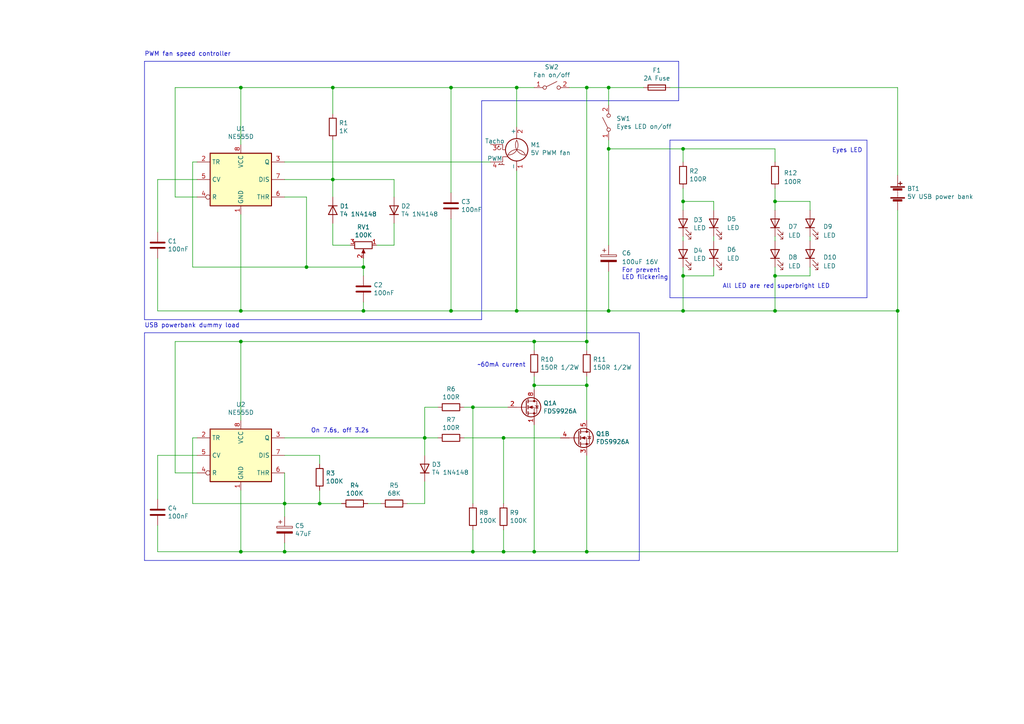
<source format=kicad_sch>
(kicad_sch (version 20230121) (generator eeschema)
  (paper "A4")
  (lib_symbols
    (symbol "Device:Battery" (pin_numbers hide) (pin_names (offset 0) hide)
      (property "Reference" "BT" (at 2.54 2.54 0))
      (property "Value" "Battery" (at 2.54 0 0))
      (symbol "Battery_0_1"
        (rectangle (start -2.032 -1.397) (end 2.032 -1.651) (fill (type outline)))
        (rectangle (start -2.032 1.778) (end 2.032 1.524) (fill (type outline)))
        (rectangle (start -1.3208 -1.9812) (end 1.27 -2.4892) (fill (type outline)))
        (rectangle (start -1.3208 1.1938) (end 1.27 0.6858) (fill (type outline)))
        (polyline (pts (xy 0 -1.524) (xy 0 -1.27)))
        (polyline (pts (xy 0 -1.016) (xy 0 -0.762)))
        (polyline (pts (xy 0 -0.508) (xy 0 -0.254)))
        (polyline (pts (xy 0 0) (xy 0 0.254)))
        (polyline (pts (xy 0 0.508) (xy 0 0.762)))
        (polyline (pts (xy 0 1.778) (xy 0 2.54)))
        (polyline (pts (xy 0.254 2.667) (xy 1.27 2.667)) (stroke (width 0.254)))
        (polyline (pts (xy 0.762 3.175) (xy 0.762 2.159)) (stroke (width 0.254)))
      )
      (symbol "Battery_1_1"
        (pin passive line (at 0 5.08 270) (length 2.54) (name "+") (number "1"))
        (pin passive line (at 0 -5.08 90) (length 2.54) (name "-") (number "2"))
      )
    )
    (symbol "Device:C" (pin_numbers hide) (pin_names (offset 0.254))
      (property "Reference" "C" (at 0.635 2.54 0))
      (property "Value" "C" (at 0.635 -2.54 0))
      (symbol "C_0_1"
        (polyline (pts (xy -2.032 -0.762) (xy 2.032 -0.762)) (stroke (width 0.508)))
        (polyline (pts (xy -2.032 0.762) (xy 2.032 0.762)) (stroke (width 0.508)))
      )
      (symbol "C_1_1"
        (pin passive line (at 0 3.81 270) (length 2.794) (name "~") (number "1"))
        (pin passive line (at 0 -3.81 90) (length 2.794) (name "~") (number "2"))
      )
    )
    (symbol "Device:C_Polarized" (pin_numbers hide) (pin_names (offset 0.254))
      (property "Reference" "C" (at 0.635 2.54 0))
      (property "Value" "C_Polarized" (at 0.635 -2.54 0))
      (symbol "C_Polarized_0_1"
        (rectangle (start -2.286 0.508) (end 2.286 1.016))
        (polyline (pts (xy -1.778 2.286) (xy -0.762 2.286)))
        (polyline (pts (xy -1.27 2.794) (xy -1.27 1.778)))
        (rectangle (start 2.286 -0.508) (end -2.286 -1.016) (fill (type outline)))
      )
      (symbol "C_Polarized_1_1"
        (pin passive line (at 0 3.81 270) (length 2.794) (name "~") (number "1"))
        (pin passive line (at 0 -3.81 90) (length 2.794) (name "~") (number "2"))
      )
    )
    (symbol "Device:D" (pin_numbers hide) (pin_names (offset 1.016) hide)
      (property "Reference" "D" (at 0 2.54 0))
      (property "Value" "D" (at 0 -2.54 0))
      (symbol "D_0_1"
        (polyline (pts (xy -1.27 1.27) (xy -1.27 -1.27)) (stroke (width 0.254)))
        (polyline (pts (xy 1.27 0) (xy -1.27 0)))
        (polyline (pts (xy 1.27 1.27) (xy 1.27 -1.27) (xy -1.27 0) (xy 1.27 1.27)) (stroke (width 0.254)))
      )
      (symbol "D_1_1"
        (pin passive line (at -3.81 0 0) (length 2.54) (name "K") (number "1"))
        (pin passive line (at 3.81 0 180) (length 2.54) (name "A") (number "2"))
      )
    )
    (symbol "Device:Fuse" (pin_numbers hide) (pin_names (offset 0))
      (property "Reference" "F" (at 2.032 0 90))
      (property "Value" "Fuse" (at -1.905 0 90))
      (symbol "Fuse_0_1"
        (rectangle (start -0.762 -2.54) (end 0.762 2.54) (stroke (width 0.254)))
        (polyline (pts (xy 0 2.54) (xy 0 -2.54)))
      )
      (symbol "Fuse_1_1"
        (pin passive line (at 0 3.81 270) (length 1.27) (name "~") (number "1"))
        (pin passive line (at 0 -3.81 90) (length 1.27) (name "~") (number "2"))
      )
    )
    (symbol "Device:LED" (pin_numbers hide) (pin_names (offset 1.016) hide)
      (property "Reference" "D" (at 0 2.54 0))
      (property "Value" "LED" (at 0 -2.54 0))
      (symbol "LED_0_1"
        (polyline (pts (xy -1.27 -1.27) (xy -1.27 1.27)) (stroke (width 0.254)))
        (polyline (pts (xy -1.27 0) (xy 1.27 0)))
        (polyline (pts (xy 1.27 -1.27) (xy 1.27 1.27) (xy -1.27 0) (xy 1.27 -1.27)) (stroke (width 0.254)))
        (polyline (pts (xy -3.048 -0.762) (xy -4.572 -2.286) (xy -3.81 -2.286) (xy -4.572 -2.286) (xy -4.572 -1.524)))
        (polyline (pts (xy -1.778 -0.762) (xy -3.302 -2.286) (xy -2.54 -2.286) (xy -3.302 -2.286) (xy -3.302 -1.524)))
      )
      (symbol "LED_1_1"
        (pin passive line (at -3.81 0 0) (length 2.54) (name "K") (number "1"))
        (pin passive line (at 3.81 0 180) (length 2.54) (name "A") (number "2"))
      )
    )
    (symbol "Device:R" (pin_numbers hide) (pin_names (offset 0))
      (property "Reference" "R" (at 2.032 0 90))
      (property "Value" "R" (at 0 0 90))
      (symbol "R_0_1"
        (rectangle (start -1.016 -2.54) (end 1.016 2.54) (stroke (width 0.254)))
      )
      (symbol "R_1_1"
        (pin passive line (at 0 3.81 270) (length 1.27) (name "~") (number "1"))
        (pin passive line (at 0 -3.81 90) (length 1.27) (name "~") (number "2"))
      )
    )
    (symbol "Motor:Fan_CPU_4pin" (pin_names (offset 0))
      (property "Reference" "M" (at 2.54 5.08 0))
      (property "Value" "Fan_CPU_4pin" (at 2.54 -2.54 0))
      (symbol "Fan_CPU_4pin_0_0"
        (arc (start -5.588 1.524) (mid -5.08 1.0182) (end -4.572 1.524))
        (arc (start -5.08 2.032) (mid -5.4392 1.8832) (end -5.588 1.524))
        (polyline (pts (xy -5.08 2.032) (xy -5.334 2.159)))
        (polyline (pts (xy -5.08 2.032) (xy -5.207 1.778)))
        (polyline (pts (xy -4.064 2.54) (xy -4.064 1.016) (xy -3.302 1.016)))
      )
      (symbol "Fan_CPU_4pin_0_1"
        (arc (start -2.54 -0.508) (mid 0.0028 0.9121) (end 0 3.81))
        (polyline (pts (xy -4.064 2.54) (xy -5.08 2.54)))
        (polyline (pts (xy 0 -5.08) (xy 0 -4.572)))
        (polyline (pts (xy 0 -2.2352) (xy 0 -2.6416)))
        (polyline (pts (xy 0 4.2672) (xy 0 4.6228)))
        (polyline (pts (xy 0 4.572) (xy 0 5.08)))
        (polyline (pts (xy -2.54 -1.016) (xy -4.064 -1.016) (xy -4.064 -2.54) (xy -5.08 -2.54)))
        (polyline (pts (xy -5.334 -3.302) (xy -5.08 -3.302) (xy -5.08 -3.048) (xy -4.826 -3.048) (xy -4.826 -3.302) (xy -4.318 -3.302) (xy -4.318 -3.048) (xy -4.064 -3.048) (xy -4.064 -3.302) (xy -3.556 -3.302)))
        (circle (center 0 1.016) (radius 3.2512) (stroke (width 0.254)))
        (arc (start 0 3.81) (mid 0.053 0.921) (end 2.54 -0.508))
        (arc (start 2.54 -0.508) (mid 0 1.0618) (end -2.54 -0.508))
      )
      (symbol "Fan_CPU_4pin_1_1"
        (pin passive line (at 0 -5.08 90) (length 2.54) (name "-") (number "1"))
        (pin passive line (at 0 7.62 270) (length 2.54) (name "+") (number "2"))
        (pin passive line (at -7.62 2.54 0) (length 2.54) (name "Tacho") (number "3"))
        (pin input line (at -7.62 -2.54 0) (length 2.54) (name "PWM") (number "4"))
      )
    )
    (symbol "Switch:SW_SPST" (pin_names (offset 0) hide)
      (property "Reference" "SW" (at 0 3.175 0))
      (property "Value" "SW_SPST" (at 0 -2.54 0))
      (symbol "SW_SPST_0_0"
        (circle (center -2.032 0) (radius 0.508))
        (polyline (pts (xy -1.524 0.254) (xy 1.524 1.778)))
        (circle (center 2.032 0) (radius 0.508))
      )
      (symbol "SW_SPST_1_1"
        (pin passive line (at -5.08 0 0) (length 2.54) (name "A") (number "1"))
        (pin passive line (at 5.08 0 180) (length 2.54) (name "B") (number "2"))
      )
    )
    (symbol "Timer:NE555D"
      (property "Reference" "U" (at -10.16 8.89 0))
      (property "Value" "NE555D" (at 2.54 8.89 0))
      (symbol "NE555D_0_0"
        (pin power_in line (at 0 -10.16 90) (length 2.54) (name "GND") (number "1"))
        (pin power_in line (at 0 10.16 270) (length 2.54) (name "VCC") (number "8"))
      )
      (symbol "NE555D_0_1"
        (rectangle (start -8.89 -7.62) (end 8.89 7.62) (stroke (width 0.254)) (fill (type background)))
        (rectangle (start -8.89 -7.62) (end 8.89 7.62) (stroke (width 0.254)) (fill (type background)))
      )
      (symbol "NE555D_1_1"
        (pin input line (at -12.7 5.08 0) (length 3.81) (name "TR") (number "2"))
        (pin output line (at 12.7 5.08 180) (length 3.81) (name "Q") (number "3"))
        (pin input inverted (at -12.7 -5.08 0) (length 3.81) (name "R") (number "4"))
        (pin input line (at -12.7 0 0) (length 3.81) (name "CV") (number "5"))
        (pin input line (at 12.7 -5.08 180) (length 3.81) (name "THR") (number "6"))
        (pin input line (at 12.7 0 180) (length 3.81) (name "DIS") (number "7"))
      )
    )
    (symbol "Transistor_FET:FDS9926A" (pin_names hide)
      (property "Reference" "Q" (at 5.08 1.905 0))
      (property "Value" "FDS9926A" (at 5.08 0 0))
      (symbol "FDS9926A_0_1"
        (polyline (pts (xy 0.254 0) (xy -2.54 0)))
        (polyline (pts (xy 0.254 1.905) (xy 0.254 -1.905)) (stroke (width 0.254)))
        (polyline (pts (xy 0.762 -1.27) (xy 0.762 -2.286)) (stroke (width 0.254)))
        (polyline (pts (xy 0.762 0.508) (xy 0.762 -0.508)) (stroke (width 0.254)))
        (polyline (pts (xy 0.762 2.286) (xy 0.762 1.27)) (stroke (width 0.254)))
        (polyline (pts (xy 2.54 2.54) (xy 2.54 1.778)))
        (polyline (pts (xy 2.54 -2.54) (xy 2.54 0) (xy 0.762 0)))
        (polyline (pts (xy 0.762 -1.778) (xy 3.302 -1.778) (xy 3.302 1.778) (xy 0.762 1.778)))
        (polyline (pts (xy 1.016 0) (xy 2.032 0.381) (xy 2.032 -0.381) (xy 1.016 0)) (fill (type outline)))
        (polyline (pts (xy 2.794 0.508) (xy 2.921 0.381) (xy 3.683 0.381) (xy 3.81 0.254)))
        (polyline (pts (xy 3.302 0.381) (xy 2.921 -0.254) (xy 3.683 -0.254) (xy 3.302 0.381)))
        (circle (center 1.651 0) (radius 2.794) (stroke (width 0.254)))
        (circle (center 2.54 -1.778) (radius 0.254) (fill (type outline)))
        (circle (center 2.54 1.778) (radius 0.254) (fill (type outline)))
      )
      (symbol "FDS9926A_1_1"
        (pin passive line (at 2.54 -5.08 90) (length 2.54) (name "S1") (number "1"))
        (pin passive line (at -5.08 0 0) (length 2.54) (name "G1") (number "2"))
        (pin passive line (at 2.54 5.08 270) (length 2.54) hide (name "D1") (number "7"))
        (pin passive line (at 2.54 5.08 270) (length 2.54) (name "D1") (number "8"))
      )
      (symbol "FDS9926A_2_1"
        (pin passive line (at 2.54 -5.08 90) (length 2.54) (name "S2") (number "3"))
        (pin passive line (at -5.08 0 0) (length 2.54) (name "G2") (number "4"))
        (pin passive line (at 2.54 5.08 270) (length 2.54) (name "D2") (number "5"))
        (pin passive line (at 2.54 5.08 270) (length 2.54) hide (name "D2") (number "6"))
      )
    )
    (symbol "fursuit_light_fan_v2-rescue:CP-Device" (pin_numbers hide) (pin_names (offset 0.254))
      (property "Reference" "C" (at 0.635 2.54 0))
      (property "Value" "Device_CP" (at 0.635 -2.54 0))
      (symbol "CP-Device_0_1"
        (rectangle (start -2.286 0.508) (end 2.286 1.016))
        (polyline (pts (xy -1.778 2.286) (xy -0.762 2.286)))
        (polyline (pts (xy -1.27 2.794) (xy -1.27 1.778)))
        (rectangle (start 2.286 -0.508) (end -2.286 -1.016) (fill (type outline)))
      )
      (symbol "CP-Device_1_1"
        (pin passive line (at 0 3.81 270) (length 2.794) (name "~") (number "1"))
        (pin passive line (at 0 -3.81 90) (length 2.794) (name "~") (number "2"))
      )
    )
    (symbol "fursuit_light_fan_v2-rescue:R_POT-Device" (pin_names (offset 1.016) hide)
      (property "Reference" "RV" (at -4.445 0 90))
      (property "Value" "Device_R_POT" (at -2.54 0 90))
      (symbol "R_POT-Device_0_1"
        (polyline (pts (xy 2.54 0) (xy 1.524 0)))
        (polyline (pts (xy 1.143 0) (xy 2.286 0.508) (xy 2.286 -0.508) (xy 1.143 0)) (fill (type outline)))
        (rectangle (start 1.016 2.54) (end -1.016 -2.54) (stroke (width 0.254)))
      )
      (symbol "R_POT-Device_1_1"
        (pin passive line (at 0 3.81 270) (length 1.27) (name "1") (number "1"))
        (pin passive line (at 3.81 0 180) (length 1.27) (name "2") (number "2"))
        (pin passive line (at 0 -3.81 90) (length 1.27) (name "3") (number "3"))
      )
    )
  )
  (junction (at 96.52 25.4))
  (junction (at 82.55 160.02))
  (junction (at 224.79 90.17))
  (junction (at 170.18 160.02))
  (junction (at 198.12 80.01))
  (junction (at 88.9 77.47))
  (junction (at 123.19 127))
  (junction (at 69.85 25.4))
  (junction (at 105.41 77.47))
  (junction (at 224.79 80.01))
  (junction (at 92.71 146.05))
  (junction (at 154.94 160.02))
  (junction (at 137.16 160.02))
  (junction (at 149.86 25.4))
  (junction (at 198.12 90.17))
  (junction (at 130.81 25.4))
  (junction (at 170.18 25.4))
  (junction (at 198.12 58.42))
  (junction (at 154.94 99.06))
  (junction (at 149.86 90.17))
  (junction (at 154.94 111.76))
  (junction (at 130.81 90.17))
  (junction (at 96.52 52.07))
  (junction (at 224.79 58.42))
  (junction (at 176.53 90.17))
  (junction (at 137.16 118.11))
  (junction (at 176.53 25.4))
  (junction (at 146.05 160.02))
  (junction (at 69.85 99.06))
  (junction (at 82.55 146.05))
  (junction (at 105.41 90.17))
  (junction (at 69.85 90.17))
  (junction (at 170.18 99.06))
  (junction (at 198.12 43.18))
  (junction (at 146.05 127))
  (junction (at 176.53 43.18))
  (junction (at 170.18 111.76))
  (junction (at 260.35 90.17))
  (junction (at 69.85 160.02))
  (wire (pts (xy 142.24 46.99) (xy 82.55 46.99)))
  (wire (pts (xy 224.79 46.99) (xy 224.79 43.18)))
  (wire (pts (xy 105.41 77.47) (xy 105.41 80.01)))
  (wire (pts (xy 260.35 25.4) (xy 260.35 50.8)))
  (wire (pts (xy 55.88 46.99) (xy 55.88 77.47)))
  (wire (pts (xy 109.22 71.12) (xy 114.3 71.12)))
  (wire (pts (xy 207.01 60.96) (xy 207.01 58.42)))
  (wire (pts (xy 92.71 142.24) (xy 92.71 146.05)))
  (wire (pts (xy 170.18 25.4) (xy 176.53 25.4)))
  (wire (pts (xy 224.79 54.61) (xy 224.79 58.42)))
  (wire (pts (xy 82.55 137.16) (xy 82.55 146.05)))
  (wire (pts (xy 57.15 52.07) (xy 45.72 52.07)))
  (wire (pts (xy 88.9 57.15) (xy 88.9 77.47)))
  (wire (pts (xy 170.18 111.76) (xy 154.94 111.76)))
  (wire (pts (xy 82.55 160.02) (xy 137.16 160.02)))
  (wire (pts (xy 224.79 90.17) (xy 260.35 90.17)))
  (wire (pts (xy 96.52 52.07) (xy 96.52 57.15)))
  (wire (pts (xy 224.79 58.42) (xy 224.79 60.96)))
  (wire (pts (xy 198.12 80.01) (xy 198.12 90.17)))
  (wire (pts (xy 69.85 99.06) (xy 154.94 99.06)))
  (wire (pts (xy 127 118.11) (xy 123.19 118.11)))
  (wire (pts (xy 170.18 160.02) (xy 260.35 160.02)))
  (wire (pts (xy 96.52 33.02) (xy 96.52 25.4)))
  (wire (pts (xy 110.49 146.05) (xy 106.68 146.05)))
  (wire (pts (xy 96.52 64.77) (xy 96.52 71.12)))
  (wire (pts (xy 130.81 90.17) (xy 149.86 90.17)))
  (polyline (pts (xy 41.91 96.52) (xy 185.42 96.52)))
  (wire (pts (xy 146.05 160.02) (xy 154.94 160.02)))
  (polyline (pts (xy 41.91 96.52) (xy 41.91 162.56)))
  (wire (pts (xy 114.3 71.12) (xy 114.3 64.77)))
  (polyline (pts (xy 139.7 92.71) (xy 41.91 92.71)))
  (wire (pts (xy 260.35 160.02) (xy 260.35 90.17)))
  (polyline (pts (xy 194.31 40.64) (xy 194.31 86.36)))
  (wire (pts (xy 92.71 132.08) (xy 82.55 132.08)))
  (wire (pts (xy 224.79 77.47) (xy 224.79 80.01)))
  (wire (pts (xy 198.12 54.61) (xy 198.12 58.42)))
  (wire (pts (xy 45.72 52.07) (xy 45.72 67.31)))
  (wire (pts (xy 154.94 111.76) (xy 154.94 113.03)))
  (wire (pts (xy 149.86 49.53) (xy 149.86 90.17)))
  (wire (pts (xy 69.85 99.06) (xy 50.8 99.06)))
  (wire (pts (xy 105.41 87.63) (xy 105.41 90.17)))
  (wire (pts (xy 176.53 25.4) (xy 176.53 30.48)))
  (wire (pts (xy 198.12 58.42) (xy 198.12 60.96)))
  (wire (pts (xy 57.15 46.99) (xy 55.88 46.99)))
  (polyline (pts (xy 139.7 29.21) (xy 196.85 29.21)))
  (wire (pts (xy 198.12 77.47) (xy 198.12 80.01)))
  (wire (pts (xy 137.16 118.11) (xy 147.32 118.11)))
  (wire (pts (xy 45.72 160.02) (xy 69.85 160.02)))
  (wire (pts (xy 170.18 111.76) (xy 170.18 109.22)))
  (wire (pts (xy 198.12 90.17) (xy 224.79 90.17)))
  (wire (pts (xy 154.94 109.22) (xy 154.94 111.76)))
  (polyline (pts (xy 194.31 86.36) (xy 251.46 86.36)))
  (polyline (pts (xy 196.85 17.78) (xy 41.91 17.78)))
  (wire (pts (xy 69.85 25.4) (xy 69.85 41.91)))
  (wire (pts (xy 224.79 80.01) (xy 224.79 90.17)))
  (wire (pts (xy 260.35 60.96) (xy 260.35 90.17)))
  (wire (pts (xy 69.85 99.06) (xy 69.85 121.92)))
  (wire (pts (xy 96.52 71.12) (xy 101.6 71.12)))
  (wire (pts (xy 170.18 121.92) (xy 170.18 111.76)))
  (wire (pts (xy 96.52 52.07) (xy 82.55 52.07)))
  (wire (pts (xy 198.12 80.01) (xy 207.01 80.01)))
  (wire (pts (xy 198.12 43.18) (xy 176.53 43.18)))
  (wire (pts (xy 92.71 134.62) (xy 92.71 132.08)))
  (wire (pts (xy 105.41 90.17) (xy 130.81 90.17)))
  (wire (pts (xy 198.12 68.58) (xy 198.12 69.85)))
  (wire (pts (xy 165.1 25.4) (xy 170.18 25.4)))
  (wire (pts (xy 130.81 25.4) (xy 130.81 55.88)))
  (wire (pts (xy 198.12 43.18) (xy 198.12 46.99)))
  (wire (pts (xy 82.55 146.05) (xy 92.71 146.05)))
  (wire (pts (xy 123.19 146.05) (xy 118.11 146.05)))
  (wire (pts (xy 82.55 149.86) (xy 82.55 146.05)))
  (wire (pts (xy 146.05 146.05) (xy 146.05 127)))
  (wire (pts (xy 114.3 57.15) (xy 114.3 52.07)))
  (wire (pts (xy 45.72 132.08) (xy 45.72 144.78)))
  (wire (pts (xy 176.53 43.18) (xy 176.53 40.64)))
  (wire (pts (xy 234.95 68.58) (xy 234.95 69.85)))
  (wire (pts (xy 137.16 153.67) (xy 137.16 160.02)))
  (wire (pts (xy 69.85 90.17) (xy 105.41 90.17)))
  (wire (pts (xy 82.55 57.15) (xy 88.9 57.15)))
  (wire (pts (xy 57.15 132.08) (xy 45.72 132.08)))
  (wire (pts (xy 57.15 127) (xy 55.88 127)))
  (wire (pts (xy 123.19 127) (xy 123.19 118.11)))
  (wire (pts (xy 82.55 127) (xy 123.19 127)))
  (wire (pts (xy 176.53 25.4) (xy 186.69 25.4)))
  (polyline (pts (xy 185.42 96.52) (xy 185.42 162.56)))
  (wire (pts (xy 176.53 90.17) (xy 198.12 90.17)))
  (wire (pts (xy 176.53 78.74) (xy 176.53 90.17)))
  (wire (pts (xy 234.95 60.96) (xy 234.95 58.42)))
  (wire (pts (xy 96.52 25.4) (xy 130.81 25.4)))
  (wire (pts (xy 55.88 127) (xy 55.88 146.05)))
  (wire (pts (xy 123.19 132.08) (xy 123.19 127)))
  (wire (pts (xy 69.85 62.23) (xy 69.85 90.17)))
  (wire (pts (xy 198.12 43.18) (xy 224.79 43.18)))
  (wire (pts (xy 105.41 74.93) (xy 105.41 77.47)))
  (wire (pts (xy 176.53 43.18) (xy 176.53 71.12)))
  (wire (pts (xy 234.95 58.42) (xy 224.79 58.42)))
  (wire (pts (xy 82.55 157.48) (xy 82.55 160.02)))
  (wire (pts (xy 154.94 160.02) (xy 170.18 160.02)))
  (wire (pts (xy 114.3 52.07) (xy 96.52 52.07)))
  (wire (pts (xy 123.19 139.7) (xy 123.19 146.05)))
  (wire (pts (xy 134.62 118.11) (xy 137.16 118.11)))
  (wire (pts (xy 146.05 153.67) (xy 146.05 160.02)))
  (wire (pts (xy 130.81 25.4) (xy 149.86 25.4)))
  (wire (pts (xy 88.9 77.47) (xy 105.41 77.47)))
  (wire (pts (xy 50.8 57.15) (xy 50.8 25.4)))
  (wire (pts (xy 170.18 99.06) (xy 170.18 101.6)))
  (wire (pts (xy 224.79 80.01) (xy 234.95 80.01)))
  (wire (pts (xy 69.85 160.02) (xy 82.55 160.02)))
  (wire (pts (xy 194.31 25.4) (xy 260.35 25.4)))
  (wire (pts (xy 149.86 90.17) (xy 176.53 90.17)))
  (wire (pts (xy 170.18 99.06) (xy 154.94 99.06)))
  (wire (pts (xy 45.72 74.93) (xy 45.72 90.17)))
  (wire (pts (xy 170.18 99.06) (xy 170.18 25.4)))
  (polyline (pts (xy 196.85 29.21) (xy 196.85 17.78)))
  (wire (pts (xy 50.8 99.06) (xy 50.8 137.16)))
  (wire (pts (xy 99.06 146.05) (xy 92.71 146.05)))
  (wire (pts (xy 234.95 80.01) (xy 234.95 77.47)))
  (wire (pts (xy 57.15 57.15) (xy 50.8 57.15)))
  (wire (pts (xy 55.88 77.47) (xy 88.9 77.47)))
  (wire (pts (xy 137.16 146.05) (xy 137.16 118.11)))
  (wire (pts (xy 45.72 90.17) (xy 69.85 90.17)))
  (wire (pts (xy 130.81 63.5) (xy 130.81 90.17)))
  (wire (pts (xy 55.88 146.05) (xy 82.55 146.05)))
  (polyline (pts (xy 139.7 92.71) (xy 139.7 29.21)))
  (polyline (pts (xy 251.46 86.36) (xy 251.46 40.64)))
  (wire (pts (xy 69.85 25.4) (xy 96.52 25.4)))
  (wire (pts (xy 96.52 40.64) (xy 96.52 52.07)))
  (wire (pts (xy 170.18 132.08) (xy 170.18 160.02)))
  (polyline (pts (xy 41.91 17.78) (xy 41.91 92.71)))
  (wire (pts (xy 207.01 80.01) (xy 207.01 77.47)))
  (wire (pts (xy 224.79 68.58) (xy 224.79 69.85)))
  (wire (pts (xy 57.15 137.16) (xy 50.8 137.16)))
  (wire (pts (xy 154.94 123.19) (xy 154.94 160.02)))
  (wire (pts (xy 154.94 101.6) (xy 154.94 99.06)))
  (wire (pts (xy 149.86 25.4) (xy 154.94 25.4)))
  (polyline (pts (xy 251.46 40.64) (xy 194.31 40.64)))
  (wire (pts (xy 45.72 152.4) (xy 45.72 160.02)))
  (polyline (pts (xy 185.42 162.56) (xy 41.91 162.56)))
  (wire (pts (xy 149.86 36.83) (xy 149.86 25.4)))
  (wire (pts (xy 207.01 58.42) (xy 198.12 58.42)))
  (wire (pts (xy 134.62 127) (xy 146.05 127)))
  (wire (pts (xy 127 127) (xy 123.19 127)))
  (wire (pts (xy 69.85 160.02) (xy 69.85 142.24)))
  (wire (pts (xy 207.01 68.58) (xy 207.01 69.85)))
  (wire (pts (xy 137.16 160.02) (xy 146.05 160.02)))
  (wire (pts (xy 50.8 25.4) (xy 69.85 25.4)))
  (wire (pts (xy 146.05 127) (xy 162.56 127)))
  (text "All LED are red superbright LED" (at 209.55 83.82 0) (effects (font (size 1.27 1.27)) (justify left bottom)))
  (text "For prevent\nLED flickering" (at 180.34 81.28 0) (effects (font (size 1.27 1.27)) (justify left bottom)))
  (text "PWM fan speed controller" (at 41.91 16.51 0) (effects (font (size 1.27 1.27)) (justify left bottom)))
  (text "Eyes LED" (at 241.3 44.45 0) (effects (font (size 1.27 1.27)) (justify left bottom)))
  (text "On 7.6s, off 3.2s" (at 90.17 125.73 0) (effects (font (size 1.27 1.27)) (justify left bottom)))
  (text "~60mA current" (at 138.43 106.68 0) (effects (font (size 1.27 1.27)) (justify left bottom)))
  (text "USB powerbank dummy load" (at 41.91 95.25 0) (effects (font (size 1.27 1.27)) (justify left bottom)))
  (symbol (lib_id "Timer:NE555D") (at 69.85 52.07 0) (unit 1)
    (property "Reference" "U1" (at 69.85 37.3126 0))
    (property "Value" "NE555D" (at 69.85 39.624 0))
    (property "Footprint" "Package_SO:SOIC-8_3.9x4.9mm_P1.27mm" (effects hide))
    (property "Datasheet" "http://www.ti.com/lit/ds/symlink/ne555.pdf" (effects hide))
  )
  (symbol (lib_id "fursuit_light_fan_v2-rescue:R_POT-Device") (at 105.41 71.12 270) (unit 1)
    (property "Reference" "RV1" (at 105.41 65.8622 90))
    (property "Value" "100K" (at 105.41 68.1736 90))
  )
  (symbol (lib_id "Device:C") (at 105.41 83.82 0) (unit 1)
    (property "Reference" "C2" (at 108.331 82.6516 0) (effects (justify left)))
    (property "Value" "100nF" (at 108.331 84.963 0) (effects (justify left)))
  )
  (symbol (lib_id "Device:D") (at 114.3 60.96 90) (unit 1)
    (property "Reference" "D2" (at 116.332 59.7916 90) (effects (justify right)))
    (property "Value" "T4 1N4148" (at 116.332 62.103 90) (effects (justify right)))
  )
  (symbol (lib_id "Device:D") (at 96.52 60.96 270) (unit 1)
    (property "Reference" "D1" (at 98.552 59.7916 90) (effects (justify left)))
    (property "Value" "T4 1N4148" (at 98.552 62.103 90) (effects (justify left)))
  )
  (symbol (lib_id "Device:R") (at 130.81 118.11 90) (unit 1)
    (property "Reference" "R6" (at 130.81 112.8522 90))
    (property "Value" "100R" (at 130.81 115.1636 90))
  )
  (symbol (lib_id "Device:R") (at 146.05 149.86 0) (unit 1)
    (property "Reference" "R9" (at 147.828 148.6916 0) (effects (justify left)))
    (property "Value" "100K" (at 147.828 151.003 0) (effects (justify left)))
  )
  (symbol (lib_id "Device:R") (at 137.16 149.86 0) (unit 1)
    (property "Reference" "R8" (at 138.938 148.6916 0) (effects (justify left)))
    (property "Value" "100K" (at 138.938 151.003 0) (effects (justify left)))
  )
  (symbol (lib_id "Transistor_FET:FDS9926A") (at 152.4 118.11 0) (unit 1)
    (property "Reference" "Q1" (at 157.5816 116.9416 0) (effects (justify left)))
    (property "Value" "FDS9926A" (at 157.5816 119.253 0) (effects (justify left)))
    (property "Footprint" "Package_SO:SOIC-8_3.9x4.9mm_P1.27mm" (effects hide))
    (property "Datasheet" "https://www.onsemi.com/pub/Collateral/FDS9926A-D.pdf" (effects hide))
  )
  (symbol (lib_id "Transistor_FET:FDS9926A") (at 167.64 127 0) (unit 2)
    (property "Reference" "Q1" (at 172.8216 125.8316 0) (effects (justify left)))
    (property "Value" "FDS9926A" (at 172.8216 128.143 0) (effects (justify left)))
    (property "Footprint" "Package_SO:SOIC-8_3.9x4.9mm_P1.27mm" (effects hide))
    (property "Datasheet" "https://www.onsemi.com/pub/Collateral/FDS9926A-D.pdf" (effects hide))
  )
  (symbol (lib_id "Device:R") (at 96.52 36.83 0) (unit 1)
    (property "Reference" "R1" (at 98.298 35.6616 0) (effects (justify left)))
    (property "Value" "1K" (at 98.298 37.973 0) (effects (justify left)))
  )
  (symbol (lib_id "Device:C") (at 45.72 71.12 0) (unit 1)
    (property "Reference" "C1" (at 48.641 69.9516 0) (effects (justify left)))
    (property "Value" "100nF" (at 48.641 72.263 0) (effects (justify left)))
  )
  (symbol (lib_id "Device:C") (at 130.81 59.69 0) (unit 1)
    (property "Reference" "C3" (at 133.731 58.5216 0) (effects (justify left)))
    (property "Value" "100nF" (at 133.731 60.833 0) (effects (justify left)))
  )
  (symbol (lib_id "Motor:Fan_CPU_4pin") (at 149.86 44.45 0) (unit 1)
    (property "Reference" "M1" (at 153.8732 42.0116 0) (effects (justify left)))
    (property "Value" "5V PWM fan" (at 153.8732 44.323 0) (effects (justify left)))
    (property "Datasheet" "http://www.formfactors.org/developer%5Cspecs%5Crev1_2_public.pdf" (effects hide))
  )
  (symbol (lib_id "Device:R") (at 130.81 127 90) (unit 1)
    (property "Reference" "R7" (at 130.81 121.7422 90))
    (property "Value" "100R" (at 130.81 124.0536 90))
  )
  (symbol (lib_id "Device:Fuse") (at 190.5 25.4 90) (unit 1)
    (property "Reference" "F1" (at 190.5 20.3962 90))
    (property "Value" "2A Fuse" (at 190.5 22.7076 90))
  )
  (symbol (lib_id "Device:Battery") (at 260.35 55.88 0) (unit 1)
    (property "Reference" "BT1" (at 263.0932 54.7116 0) (effects (justify left)))
    (property "Value" "5V USB power bank" (at 263.0932 57.023 0) (effects (justify left)))
  )
  (symbol (lib_id "Device:R") (at 198.12 50.8 0) (unit 1)
    (property "Reference" "R2" (at 199.898 49.6316 0) (effects (justify left)))
    (property "Value" "100R" (at 199.898 51.943 0) (effects (justify left)))
  )
  (symbol (lib_id "Device:LED") (at 198.12 64.77 90) (unit 1)
    (property "Reference" "D3" (at 201.1172 63.7794 90) (effects (justify right)))
    (property "Value" "LED" (at 201.1172 66.0908 90) (effects (justify right)))
  )
  (symbol (lib_id "Device:LED") (at 198.12 73.66 90) (unit 1)
    (property "Reference" "D4" (at 201.1172 72.6694 90) (effects (justify right)))
    (property "Value" "LED" (at 201.1172 74.9808 90) (effects (justify right)))
  )
  (symbol (lib_id "Switch:SW_SPST") (at 176.53 35.56 90) (unit 1)
    (property "Reference" "SW1" (at 178.7652 34.3916 90) (effects (justify right)))
    (property "Value" "Eyes LED on/off" (at 178.7652 36.703 90) (effects (justify right)))
  )
  (symbol (lib_id "Switch:SW_SPST") (at 160.02 25.4 0) (unit 1)
    (property "Reference" "SW2" (at 160.02 19.431 0))
    (property "Value" "Fan on/off" (at 160.02 21.7424 0))
  )
  (symbol (lib_id "Device:R") (at 154.94 105.41 0) (unit 1)
    (property "Reference" "R10" (at 156.718 104.2416 0) (effects (justify left)))
    (property "Value" "150R 1/2W" (at 156.718 106.553 0) (effects (justify left)))
  )
  (symbol (lib_id "Timer:NE555D") (at 69.85 132.08 0) (unit 1)
    (property "Reference" "U2" (at 69.85 117.3226 0))
    (property "Value" "NE555D" (at 69.85 119.634 0))
    (property "Footprint" "Package_SO:SOIC-8_3.9x4.9mm_P1.27mm" (effects hide))
    (property "Datasheet" "http://www.ti.com/lit/ds/symlink/ne555.pdf" (effects hide))
  )
  (symbol (lib_id "Device:R") (at 170.18 105.41 0) (unit 1)
    (property "Reference" "R11" (at 171.958 104.2416 0) (effects (justify left)))
    (property "Value" "150R 1/2W" (at 171.958 106.553 0) (effects (justify left)))
  )
  (symbol (lib_id "fursuit_light_fan_v2-rescue:CP-Device") (at 82.55 153.67 0) (unit 1)
    (property "Reference" "C5" (at 85.5472 152.5016 0) (effects (justify left)))
    (property "Value" "47uF" (at 85.5472 154.813 0) (effects (justify left)))
  )
  (symbol (lib_id "Device:R") (at 92.71 138.43 0) (unit 1)
    (property "Reference" "R3" (at 94.488 137.2616 0) (effects (justify left)))
    (property "Value" "100K" (at 94.488 139.573 0) (effects (justify left)))
  )
  (symbol (lib_id "Device:R") (at 102.87 146.05 90) (unit 1)
    (property "Reference" "R4" (at 102.87 140.7922 90))
    (property "Value" "100K" (at 102.87 143.1036 90))
  )
  (symbol (lib_id "Device:C") (at 45.72 148.59 0) (unit 1)
    (property "Reference" "C4" (at 48.641 147.4216 0) (effects (justify left)))
    (property "Value" "100nF" (at 48.641 149.733 0) (effects (justify left)))
  )
  (symbol (lib_id "Device:D") (at 123.19 135.89 90) (unit 1)
    (property "Reference" "D3" (at 125.222 134.7216 90) (effects (justify right)))
    (property "Value" "T4 1N4148" (at 125.222 137.033 90) (effects (justify right)))
  )
  (symbol (lib_id "Device:R") (at 114.3 146.05 90) (unit 1)
    (property "Reference" "R5" (at 114.3 140.7922 90))
    (property "Value" "68K" (at 114.3 143.1036 90))
  )
  (symbol (lib_id "Device:LED") (at 207.01 64.77 90) (unit 1)
    (property "Reference" "D5" (at 210.82 63.5 90) (effects (justify right)))
    (property "Value" "LED" (at 210.82 66.04 90) (effects (justify right)))
  )
  (symbol (lib_id "Device:LED") (at 207.01 73.66 90) (unit 1)
    (property "Reference" "D6" (at 210.82 72.39 90) (effects (justify right)))
    (property "Value" "LED" (at 210.82 74.93 90) (effects (justify right)))
  )
  (symbol (lib_id "Device:LED") (at 234.95 64.77 90) (unit 1)
    (property "Reference" "D9" (at 238.76 65.7225 90) (effects (justify right)))
    (property "Value" "LED" (at 238.76 68.2625 90) (effects (justify right)))
  )
  (symbol (lib_id "Device:LED") (at 234.95 73.66 90) (unit 1)
    (property "Reference" "D10" (at 238.76 74.6125 90) (effects (justify right)))
    (property "Value" "LED" (at 238.76 77.1525 90) (effects (justify right)))
  )
  (symbol (lib_id "Device:LED") (at 224.79 64.77 90) (unit 1)
    (property "Reference" "D7" (at 228.6 65.7225 90) (effects (justify right)))
    (property "Value" "LED" (at 228.6 68.2625 90) (effects (justify right)))
  )
  (symbol (lib_id "Device:R") (at 224.79 50.8 0) (unit 1)
    (property "Reference" "R12" (at 227.33 50.165 0) (effects (justify left)))
    (property "Value" "100R" (at 227.33 52.705 0) (effects (justify left)))
  )
  (symbol (lib_id "Device:C_Polarized") (at 176.53 74.93 0) (unit 1)
    (property "Reference" "C6" (at 180.34 73.406 0) (effects (justify left)))
    (property "Value" "100uF 16V" (at 180.34 75.946 0) (effects (justify left)))
  )
  (symbol (lib_id "Device:LED") (at 224.79 73.66 90) (unit 1)
    (property "Reference" "D8" (at 228.6 74.6125 90) (effects (justify right)))
    (property "Value" "LED" (at 228.6 77.1525 90) (effects (justify right)))
  )
)
</source>
